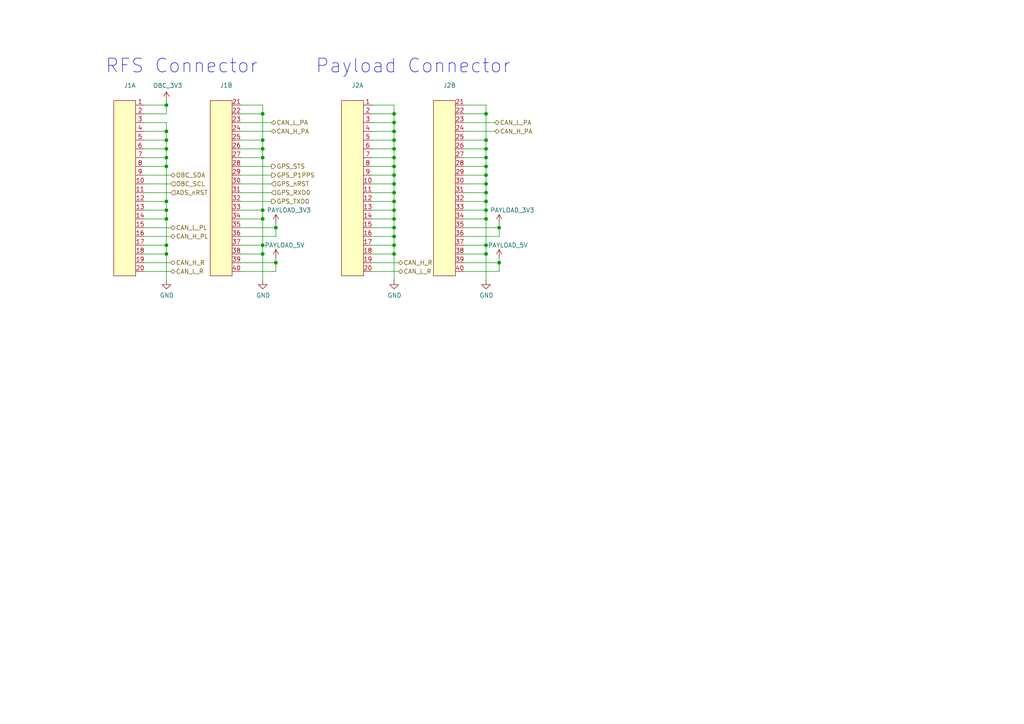
<source format=kicad_sch>
(kicad_sch (version 20211123) (generator eeschema)
  (paper "A4")
  (title_block (title "Singularity OBC - Connectors") (date "2021-09-20") (rev "PROTO_B_v04") (company "The Flame Trench") (comment 1 "Drawn by:  Ben Cartwright") (comment 2 "Status:  PROTOTYPE") (comment 3 "(c) The Flame Trench 2021") (comment 4 "Licenced under CERN OHLv2-Strong"))
  (lib_symbols
    (symbol "TFT_connectors:ERF6-020-X"
      (property "Reference" "J" (at 1.27 16.51 0))
      (property "Value" "ERF6-020-X" (at 7.62 13.97 0))
      (symbol "ERF6-020-X_0_1"
        (rectangle (start 0 12.7) (end 6.35 -38.1) (fill (type background)))
      )
      (symbol "ERF6-020-X_1_1"
        (pin bidirectional line (at 8.89 11.43 180) (length 2.54) (name "~") (number "1"))
        (pin bidirectional line (at 8.89 -11.43 180) (length 2.54) (name "~") (number "10"))
        (pin bidirectional line (at 8.89 -13.97 180) (length 2.54) (name "~") (number "11"))
        (pin bidirectional line (at 8.89 -16.51 180) (length 2.54) (name "~") (number "12"))
        (pin bidirectional line (at 8.89 -19.05 180) (length 2.54) (name "~") (number "13"))
        (pin bidirectional line (at 8.89 -21.59 180) (length 2.54) (name "~") (number "14"))
        (pin bidirectional line (at 8.89 -24.13 180) (length 2.54) (name "~") (number "15"))
        (pin bidirectional line (at 8.89 -26.67 180) (length 2.54) (name "~") (number "16"))
        (pin bidirectional line (at 8.89 -29.21 180) (length 2.54) (name "~") (number "17"))
        (pin bidirectional line (at 8.89 -31.75 180) (length 2.54) (name "~") (number "18"))
        (pin bidirectional line (at 8.89 -34.29 180) (length 2.54) (name "~") (number "19"))
        (pin bidirectional line (at 8.89 8.89 180) (length 2.54) (name "~") (number "2"))
        (pin bidirectional line (at 8.89 -36.83 180) (length 2.54) (name "~") (number "20"))
        (pin bidirectional line (at 8.89 6.35 180) (length 2.54) (name "~") (number "3"))
        (pin bidirectional line (at 8.89 3.81 180) (length 2.54) (name "~") (number "4"))
        (pin bidirectional line (at 8.89 1.27 180) (length 2.54) (name "~") (number "5"))
        (pin bidirectional line (at 8.89 -1.27 180) (length 2.54) (name "~") (number "6"))
        (pin bidirectional line (at 8.89 -3.81 180) (length 2.54) (name "~") (number "7"))
        (pin bidirectional line (at 8.89 -6.35 180) (length 2.54) (name "~") (number "8"))
        (pin bidirectional line (at 8.89 -8.89 180) (length 2.54) (name "~") (number "9"))
      )
      (symbol "ERF6-020-X_2_1"
        (pin bidirectional line (at 8.89 11.43 180) (length 2.54) (name "~") (number "21"))
        (pin bidirectional line (at 8.89 8.89 180) (length 2.54) (name "~") (number "22"))
        (pin bidirectional line (at 8.89 6.35 180) (length 2.54) (name "~") (number "23"))
        (pin bidirectional line (at 8.89 3.81 180) (length 2.54) (name "~") (number "24"))
        (pin bidirectional line (at 8.89 1.27 180) (length 2.54) (name "~") (number "25"))
        (pin bidirectional line (at 8.89 -1.27 180) (length 2.54) (name "~") (number "26"))
        (pin bidirectional line (at 8.89 -3.81 180) (length 2.54) (name "~") (number "27"))
        (pin bidirectional line (at 8.89 -6.35 180) (length 2.54) (name "~") (number "28"))
        (pin bidirectional line (at 8.89 -8.89 180) (length 2.54) (name "~") (number "29"))
        (pin bidirectional line (at 8.89 -11.43 180) (length 2.54) (name "~") (number "30"))
        (pin bidirectional line (at 8.89 -13.97 180) (length 2.54) (name "~") (number "31"))
        (pin bidirectional line (at 8.89 -16.51 180) (length 2.54) (name "~") (number "32"))
        (pin bidirectional line (at 8.89 -19.05 180) (length 2.54) (name "~") (number "33"))
        (pin bidirectional line (at 8.89 -21.59 180) (length 2.54) (name "~") (number "34"))
        (pin bidirectional line (at 8.89 -24.13 180) (length 2.54) (name "~") (number "35"))
        (pin bidirectional line (at 8.89 -26.67 180) (length 2.54) (name "~") (number "36"))
        (pin bidirectional line (at 8.89 -29.21 180) (length 2.54) (name "~") (number "37"))
        (pin bidirectional line (at 8.89 -31.75 180) (length 2.54) (name "~") (number "38"))
        (pin bidirectional line (at 8.89 -34.29 180) (length 2.54) (name "~") (number "39"))
        (pin bidirectional line (at 8.89 -36.83 180) (length 2.54) (name "~") (number "40"))
      )
    )
    (symbol "TFT_connectors:ERM8-020-X"
      (property "Reference" "J" (at 1.27 16.51 0))
      (property "Value" "ERM8-020-X" (at 7.62 13.97 0))
      (symbol "ERM8-020-X_0_1"
        (rectangle (start 0 12.7) (end 6.35 -38.1) (fill (type background)))
      )
      (symbol "ERM8-020-X_1_1"
        (pin bidirectional line (at 8.89 11.43 180) (length 2.54) (name "~") (number "1"))
        (pin bidirectional line (at 8.89 -11.43 180) (length 2.54) (name "~") (number "10"))
        (pin bidirectional line (at 8.89 -13.97 180) (length 2.54) (name "~") (number "11"))
        (pin bidirectional line (at 8.89 -16.51 180) (length 2.54) (name "~") (number "12"))
        (pin bidirectional line (at 8.89 -19.05 180) (length 2.54) (name "~") (number "13"))
        (pin bidirectional line (at 8.89 -21.59 180) (length 2.54) (name "~") (number "14"))
        (pin bidirectional line (at 8.89 -24.13 180) (length 2.54) (name "~") (number "15"))
        (pin bidirectional line (at 8.89 -26.67 180) (length 2.54) (name "~") (number "16"))
        (pin bidirectional line (at 8.89 -29.21 180) (length 2.54) (name "~") (number "17"))
        (pin bidirectional line (at 8.89 -31.75 180) (length 2.54) (name "~") (number "18"))
        (pin bidirectional line (at 8.89 -34.29 180) (length 2.54) (name "~") (number "19"))
        (pin bidirectional line (at 8.89 8.89 180) (length 2.54) (name "~") (number "2"))
        (pin bidirectional line (at 8.89 -36.83 180) (length 2.54) (name "~") (number "20"))
        (pin bidirectional line (at 8.89 6.35 180) (length 2.54) (name "~") (number "3"))
        (pin bidirectional line (at 8.89 3.81 180) (length 2.54) (name "~") (number "4"))
        (pin bidirectional line (at 8.89 1.27 180) (length 2.54) (name "~") (number "5"))
        (pin bidirectional line (at 8.89 -1.27 180) (length 2.54) (name "~") (number "6"))
        (pin bidirectional line (at 8.89 -3.81 180) (length 2.54) (name "~") (number "7"))
        (pin bidirectional line (at 8.89 -6.35 180) (length 2.54) (name "~") (number "8"))
        (pin bidirectional line (at 8.89 -8.89 180) (length 2.54) (name "~") (number "9"))
      )
      (symbol "ERM8-020-X_2_1"
        (pin bidirectional line (at 8.89 11.43 180) (length 2.54) (name "~") (number "21"))
        (pin bidirectional line (at 8.89 8.89 180) (length 2.54) (name "~") (number "22"))
        (pin bidirectional line (at 8.89 6.35 180) (length 2.54) (name "~") (number "23"))
        (pin bidirectional line (at 8.89 3.81 180) (length 2.54) (name "~") (number "24"))
        (pin bidirectional line (at 8.89 1.27 180) (length 2.54) (name "~") (number "25"))
        (pin bidirectional line (at 8.89 -1.27 180) (length 2.54) (name "~") (number "26"))
        (pin bidirectional line (at 8.89 -3.81 180) (length 2.54) (name "~") (number "27"))
        (pin bidirectional line (at 8.89 -6.35 180) (length 2.54) (name "~") (number "28"))
        (pin bidirectional line (at 8.89 -8.89 180) (length 2.54) (name "~") (number "29"))
        (pin bidirectional line (at 8.89 -11.43 180) (length 2.54) (name "~") (number "30"))
        (pin bidirectional line (at 8.89 -13.97 180) (length 2.54) (name "~") (number "31"))
        (pin bidirectional line (at 8.89 -16.51 180) (length 2.54) (name "~") (number "32"))
        (pin bidirectional line (at 8.89 -19.05 180) (length 2.54) (name "~") (number "33"))
        (pin bidirectional line (at 8.89 -21.59 180) (length 2.54) (name "~") (number "34"))
        (pin bidirectional line (at 8.89 -24.13 180) (length 2.54) (name "~") (number "35"))
        (pin bidirectional line (at 8.89 -26.67 180) (length 2.54) (name "~") (number "36"))
        (pin bidirectional line (at 8.89 -29.21 180) (length 2.54) (name "~") (number "37"))
        (pin bidirectional line (at 8.89 -31.75 180) (length 2.54) (name "~") (number "38"))
        (pin bidirectional line (at 8.89 -34.29 180) (length 2.54) (name "~") (number "39"))
        (pin bidirectional line (at 8.89 -36.83 180) (length 2.54) (name "~") (number "40"))
      )
    )
    (symbol "TFT_power:OBC_3V3" (power) (pin_names (offset 0))
      (property "Value" "OBC_3V3" (at 0 3.556 0))
      (symbol "OBC_3V3_0_1"
        (polyline (pts (xy -0.762 1.27) (xy 0 2.54)))
        (polyline (pts (xy 0 0) (xy 0 2.54)))
        (polyline (pts (xy 0 2.54) (xy 0.762 1.27)))
      )
      (symbol "OBC_3V3_1_1"
        (pin power_in line (at 0 0 90) (length 0) hide (name "OBC_3V3") (number "1"))
      )
    )
    (symbol "TFT_power:PAYLOAD_3V3" (power) (pin_names (offset 0))
      (property "Value" "PAYLOAD_3V3" (at 0 3.556 0))
      (symbol "PAYLOAD_3V3_0_1"
        (polyline (pts (xy -0.762 1.27) (xy 0 2.54)))
        (polyline (pts (xy 0 0) (xy 0 2.54)))
        (polyline (pts (xy 0 2.54) (xy 0.762 1.27)))
      )
      (symbol "PAYLOAD_3V3_1_1"
        (pin power_in line (at 0 0 90) (length 0) hide (name "PAYLOAD_3V3") (number "1"))
      )
    )
    (symbol "TFT_power:PAYLOAD_5V" (power) (pin_names (offset 0))
      (property "Value" "PAYLOAD_5V" (at 0 3.556 0))
      (symbol "PAYLOAD_5V_0_1"
        (polyline (pts (xy -0.762 1.27) (xy 0 2.54)))
        (polyline (pts (xy 0 0) (xy 0 2.54)))
        (polyline (pts (xy 0 2.54) (xy 0.762 1.27)))
      )
      (symbol "PAYLOAD_5V_1_1"
        (pin power_in line (at 0 0 90) (length 0) hide (name "PAYLOAD_5V") (number "1"))
      )
    )
    (symbol "power:GND" (power) (pin_names (offset 0))
      (property "Value" "GND" (at 0 -3.81 0))
      (symbol "GND_0_1"
        (polyline (pts (xy 0 0) (xy 0 -1.27) (xy 1.27 -1.27) (xy 0 -2.54) (xy -1.27 -1.27) (xy 0 -1.27)))
      )
      (symbol "GND_1_1"
        (pin power_in line (at 0 0 270) (length 0) hide (name "GND") (number "1"))
      )
    )
  )
  (junction (at 48.26 58.42))
  (junction (at 140.97 60.96))
  (junction (at 76.2 63.5))
  (junction (at 48.26 63.5))
  (junction (at 114.3 68.58))
  (junction (at 140.97 73.66))
  (junction (at 114.3 60.96))
  (junction (at 80.01 66.04))
  (junction (at 140.97 63.5))
  (junction (at 48.26 43.18))
  (junction (at 114.3 38.1))
  (junction (at 140.97 50.8))
  (junction (at 48.26 73.66))
  (junction (at 48.26 38.1))
  (junction (at 76.2 60.96))
  (junction (at 76.2 43.18))
  (junction (at 48.26 40.64))
  (junction (at 140.97 33.02))
  (junction (at 140.97 58.42))
  (junction (at 76.2 71.12))
  (junction (at 114.3 50.8))
  (junction (at 48.26 71.12))
  (junction (at 140.97 43.18))
  (junction (at 114.3 63.5))
  (junction (at 140.97 45.72))
  (junction (at 140.97 40.64))
  (junction (at 114.3 45.72))
  (junction (at 76.2 33.02))
  (junction (at 114.3 35.56))
  (junction (at 80.01 76.2))
  (junction (at 140.97 48.26))
  (junction (at 114.3 71.12))
  (junction (at 114.3 43.18))
  (junction (at 114.3 40.64))
  (junction (at 140.97 53.34))
  (junction (at 114.3 58.42))
  (junction (at 76.2 73.66))
  (junction (at 114.3 66.04))
  (junction (at 140.97 71.12))
  (junction (at 114.3 53.34))
  (junction (at 144.78 76.2))
  (junction (at 76.2 40.64))
  (junction (at 48.26 60.96))
  (junction (at 48.26 48.26))
  (junction (at 114.3 73.66))
  (junction (at 48.26 30.48))
  (junction (at 48.26 45.72))
  (junction (at 140.97 55.88))
  (junction (at 114.3 48.26))
  (junction (at 114.3 55.88))
  (junction (at 114.3 33.02))
  (junction (at 76.2 45.72))
  (junction (at 144.78 66.04))
  (wire (pts (xy 140.97 63.5) (xy 140.97 60.96)))
  (wire (pts (xy 49.53 68.58) (xy 41.91 68.58)))
  (wire (pts (xy 69.85 78.74) (xy 80.01 78.74)))
  (wire (pts (xy 114.3 58.42) (xy 114.3 60.96)))
  (wire (pts (xy 41.91 30.48) (xy 48.26 30.48)))
  (wire (pts (xy 69.85 45.72) (xy 76.2 45.72)))
  (wire (pts (xy 134.62 78.74) (xy 144.78 78.74)))
  (wire (pts (xy 69.85 68.58) (xy 80.01 68.58)))
  (wire (pts (xy 107.95 43.18) (xy 114.3 43.18)))
  (wire (pts (xy 107.95 60.96) (xy 114.3 60.96)))
  (wire (pts (xy 134.62 50.8) (xy 140.97 50.8)))
  (wire (pts (xy 80.01 74.93) (xy 80.01 76.2)))
  (wire (pts (xy 107.95 35.56) (xy 114.3 35.56)))
  (wire (pts (xy 69.85 30.48) (xy 76.2 30.48)))
  (wire (pts (xy 107.95 33.02) (xy 114.3 33.02)))
  (wire (pts (xy 140.97 71.12) (xy 140.97 63.5)))
  (wire (pts (xy 144.78 66.04) (xy 144.78 64.77)))
  (wire (pts (xy 114.3 33.02) (xy 114.3 35.56)))
  (wire (pts (xy 76.2 60.96) (xy 76.2 63.5)))
  (wire (pts (xy 140.97 48.26) (xy 140.97 45.72)))
  (wire (pts (xy 41.91 63.5) (xy 48.26 63.5)))
  (wire (pts (xy 41.91 45.72) (xy 48.26 45.72)))
  (wire (pts (xy 134.62 55.88) (xy 140.97 55.88)))
  (wire (pts (xy 48.26 58.42) (xy 48.26 48.26)))
  (wire (pts (xy 140.97 60.96) (xy 140.97 58.42)))
  (wire (pts (xy 41.91 38.1) (xy 48.26 38.1)))
  (wire (pts (xy 107.95 48.26) (xy 114.3 48.26)))
  (wire (pts (xy 115.57 76.2) (xy 107.95 76.2)))
  (wire (pts (xy 48.26 45.72) (xy 48.26 43.18)))
  (wire (pts (xy 114.3 38.1) (xy 114.3 40.64)))
  (wire (pts (xy 41.91 58.42) (xy 48.26 58.42)))
  (wire (pts (xy 76.2 45.72) (xy 76.2 60.96)))
  (wire (pts (xy 69.85 73.66) (xy 76.2 73.66)))
  (wire (pts (xy 114.3 40.64) (xy 114.3 43.18)))
  (wire (pts (xy 76.2 30.48) (xy 76.2 33.02)))
  (wire (pts (xy 41.91 60.96) (xy 48.26 60.96)))
  (wire (pts (xy 48.26 73.66) (xy 48.26 71.12)))
  (wire (pts (xy 78.74 55.88) (xy 69.85 55.88)))
  (wire (pts (xy 80.01 78.74) (xy 80.01 76.2)))
  (wire (pts (xy 144.78 76.2) (xy 134.62 76.2)))
  (wire (pts (xy 140.97 55.88) (xy 140.97 53.34)))
  (wire (pts (xy 140.97 81.28) (xy 140.97 73.66)))
  (wire (pts (xy 134.62 33.02) (xy 140.97 33.02)))
  (wire (pts (xy 69.85 33.02) (xy 76.2 33.02)))
  (wire (pts (xy 49.53 50.8) (xy 41.91 50.8)))
  (wire (pts (xy 134.62 68.58) (xy 144.78 68.58)))
  (wire (pts (xy 134.62 48.26) (xy 140.97 48.26)))
  (wire (pts (xy 78.74 35.56) (xy 69.85 35.56)))
  (wire (pts (xy 80.01 76.2) (xy 69.85 76.2)))
  (wire (pts (xy 140.97 58.42) (xy 140.97 55.88)))
  (wire (pts (xy 107.95 66.04) (xy 114.3 66.04)))
  (wire (pts (xy 114.3 55.88) (xy 114.3 58.42)))
  (wire (pts (xy 143.51 38.1) (xy 134.62 38.1)))
  (wire (pts (xy 41.91 71.12) (xy 48.26 71.12)))
  (wire (pts (xy 48.26 33.02) (xy 48.26 30.48)))
  (wire (pts (xy 76.2 71.12) (xy 76.2 73.66)))
  (wire (pts (xy 140.97 30.48) (xy 134.62 30.48)))
  (wire (pts (xy 114.3 45.72) (xy 114.3 48.26)))
  (wire (pts (xy 48.26 63.5) (xy 48.26 60.96)))
  (wire (pts (xy 134.62 40.64) (xy 140.97 40.64)))
  (wire (pts (xy 107.95 68.58) (xy 114.3 68.58)))
  (wire (pts (xy 134.62 73.66) (xy 140.97 73.66)))
  (wire (pts (xy 48.26 60.96) (xy 48.26 58.42)))
  (wire (pts (xy 69.85 66.04) (xy 80.01 66.04)))
  (wire (pts (xy 140.97 40.64) (xy 140.97 33.02)))
  (wire (pts (xy 114.3 50.8) (xy 114.3 53.34)))
  (wire (pts (xy 69.85 63.5) (xy 76.2 63.5)))
  (wire (pts (xy 76.2 40.64) (xy 76.2 43.18)))
  (wire (pts (xy 134.62 45.72) (xy 140.97 45.72)))
  (wire (pts (xy 48.26 35.56) (xy 41.91 35.56)))
  (wire (pts (xy 144.78 74.93) (xy 144.78 76.2)))
  (wire (pts (xy 114.3 35.56) (xy 114.3 38.1)))
  (wire (pts (xy 76.2 33.02) (xy 76.2 40.64)))
  (wire (pts (xy 48.26 81.28) (xy 48.26 73.66)))
  (wire (pts (xy 114.3 60.96) (xy 114.3 63.5)))
  (wire (pts (xy 76.2 43.18) (xy 76.2 45.72)))
  (wire (pts (xy 107.95 45.72) (xy 114.3 45.72)))
  (wire (pts (xy 114.3 30.48) (xy 114.3 33.02)))
  (wire (pts (xy 144.78 78.74) (xy 144.78 76.2)))
  (wire (pts (xy 69.85 71.12) (xy 76.2 71.12)))
  (wire (pts (xy 114.3 53.34) (xy 114.3 55.88)))
  (wire (pts (xy 69.85 60.96) (xy 76.2 60.96)))
  (wire (pts (xy 76.2 63.5) (xy 76.2 71.12)))
  (wire (pts (xy 134.62 60.96) (xy 140.97 60.96)))
  (wire (pts (xy 49.53 66.04) (xy 41.91 66.04)))
  (wire (pts (xy 49.53 76.2) (xy 41.91 76.2)))
  (wire (pts (xy 140.97 53.34) (xy 140.97 50.8)))
  (wire (pts (xy 80.01 66.04) (xy 80.01 64.77)))
  (wire (pts (xy 143.51 35.56) (xy 134.62 35.56)))
  (wire (pts (xy 144.78 68.58) (xy 144.78 66.04)))
  (wire (pts (xy 114.3 73.66) (xy 114.3 81.28)))
  (wire (pts (xy 107.95 73.66) (xy 114.3 73.66)))
  (wire (pts (xy 107.95 38.1) (xy 114.3 38.1)))
  (wire (pts (xy 48.26 43.18) (xy 48.26 40.64)))
  (wire (pts (xy 140.97 50.8) (xy 140.97 48.26)))
  (wire (pts (xy 78.74 38.1) (xy 69.85 38.1)))
  (wire (pts (xy 41.91 48.26) (xy 48.26 48.26)))
  (wire (pts (xy 107.95 63.5) (xy 114.3 63.5)))
  (wire (pts (xy 134.62 53.34) (xy 140.97 53.34)))
  (wire (pts (xy 114.3 66.04) (xy 114.3 68.58)))
  (wire (pts (xy 134.62 43.18) (xy 140.97 43.18)))
  (wire (pts (xy 78.74 48.26) (xy 69.85 48.26)))
  (wire (pts (xy 114.3 68.58) (xy 114.3 71.12)))
  (wire (pts (xy 107.95 78.74) (xy 115.57 78.74)))
  (wire (pts (xy 140.97 33.02) (xy 140.97 30.48)))
  (wire (pts (xy 69.85 40.64) (xy 76.2 40.64)))
  (wire (pts (xy 48.26 30.48) (xy 48.26 29.21)))
  (wire (pts (xy 114.3 43.18) (xy 114.3 45.72)))
  (wire (pts (xy 41.91 73.66) (xy 48.26 73.66)))
  (wire (pts (xy 80.01 68.58) (xy 80.01 66.04)))
  (wire (pts (xy 140.97 43.18) (xy 140.97 40.64)))
  (wire (pts (xy 140.97 45.72) (xy 140.97 43.18)))
  (wire (pts (xy 78.74 58.42) (xy 69.85 58.42)))
  (wire (pts (xy 41.91 40.64) (xy 48.26 40.64)))
  (wire (pts (xy 78.74 53.34) (xy 69.85 53.34)))
  (wire (pts (xy 107.95 55.88) (xy 114.3 55.88)))
  (wire (pts (xy 41.91 53.34) (xy 49.53 53.34)))
  (wire (pts (xy 49.53 78.74) (xy 41.91 78.74)))
  (wire (pts (xy 78.74 50.8) (xy 69.85 50.8)))
  (wire (pts (xy 107.95 50.8) (xy 114.3 50.8)))
  (wire (pts (xy 48.26 71.12) (xy 48.26 63.5)))
  (wire (pts (xy 134.62 58.42) (xy 140.97 58.42)))
  (wire (pts (xy 140.97 73.66) (xy 140.97 71.12)))
  (wire (pts (xy 41.91 33.02) (xy 48.26 33.02)))
  (wire (pts (xy 69.85 43.18) (xy 76.2 43.18)))
  (wire (pts (xy 107.95 53.34) (xy 114.3 53.34)))
  (wire (pts (xy 48.26 48.26) (xy 48.26 45.72)))
  (wire (pts (xy 134.62 63.5) (xy 140.97 63.5)))
  (wire (pts (xy 107.95 58.42) (xy 114.3 58.42)))
  (wire (pts (xy 41.91 43.18) (xy 48.26 43.18)))
  (wire (pts (xy 48.26 38.1) (xy 48.26 35.56)))
  (wire (pts (xy 48.26 40.64) (xy 48.26 38.1)))
  (wire (pts (xy 134.62 71.12) (xy 140.97 71.12)))
  (wire (pts (xy 107.95 71.12) (xy 114.3 71.12)))
  (wire (pts (xy 114.3 48.26) (xy 114.3 50.8)))
  (wire (pts (xy 114.3 63.5) (xy 114.3 66.04)))
  (wire (pts (xy 49.53 55.88) (xy 41.91 55.88)))
  (wire (pts (xy 114.3 71.12) (xy 114.3 73.66)))
  (wire (pts (xy 107.95 40.64) (xy 114.3 40.64)))
  (wire (pts (xy 107.95 30.48) (xy 114.3 30.48)))
  (wire (pts (xy 76.2 73.66) (xy 76.2 81.28)))
  (wire (pts (xy 134.62 66.04) (xy 144.78 66.04)))
  (text "Payload Connector" (at 91.44 21.59 0) (effects (font (size 3.9878 3.9878)) (justify left bottom)))
  (text "RFS Connector" (at 30.48 21.59 0) (effects (font (size 3.9878 3.9878)) (justify left bottom)))
  (hierarchical_label "CAN_L_R" (shape bidirectional) (at 49.53 78.74 0))
  (hierarchical_label "CAN_H_R" (shape bidirectional) (at 49.53 76.2 0))
  (hierarchical_label "GPS_RXD0" (shape input) (at 78.74 55.88 0))
  (hierarchical_label "OBC_SCL" (shape input) (at 49.53 53.34 0))
  (hierarchical_label "CAN_H_PA" (shape bidirectional) (at 143.51 38.1 0))
  (hierarchical_label "CAN_H_PA" (shape bidirectional) (at 78.74 38.1 0))
  (hierarchical_label "ADS_nRST" (shape input) (at 49.53 55.88 0))
  (hierarchical_label "GPS_TXD0" (shape output) (at 78.74 58.42 0))
  (hierarchical_label "CAN_H_R" (shape bidirectional) (at 115.57 76.2 0))
  (hierarchical_label "CAN_L_PL" (shape bidirectional) (at 49.53 66.04 0))
  (hierarchical_label "CAN_H_PL" (shape bidirectional) (at 49.53 68.58 0))
  (hierarchical_label "CAN_L_PA" (shape bidirectional) (at 78.74 35.56 0))
  (hierarchical_label "CAN_L_R" (shape bidirectional) (at 115.57 78.74 0))
  (hierarchical_label "GPS_nRST" (shape input) (at 78.74 53.34 0))
  (hierarchical_label "GPS_STS" (shape output) (at 78.74 48.26 0))
  (hierarchical_label "CAN_L_PA" (shape bidirectional) (at 143.51 35.56 0))
  (hierarchical_label "OBC_SDA" (shape bidirectional) (at 49.53 50.8 0))
  (hierarchical_label "GPS_P1PPS" (shape output) (at 78.74 50.8 0))
  (symbol (lib_id "TFT_connectors:ERM8-020-X") (at 33.02 41.91 0) (unit 1)
    (property "Reference" "J1" (at 37.6682 24.765 0))
  )
  (symbol (lib_id "TFT_connectors:ERM8-020-X") (at 60.96 41.91 0) (unit 2)
    (property "Reference" "J1" (at 65.6082 24.765 0))
  )
  (symbol (lib_id "TFT_connectors:ERF6-020-X") (at 99.06 41.91 0) (unit 1)
    (property "Reference" "J2" (at 103.7082 24.765 0))
  )
  (symbol (lib_id "TFT_connectors:ERF6-020-X") (at 125.73 41.91 0) (unit 2)
    (property "Reference" "J2" (at 130.3782 24.765 0))
  )
  (symbol (lib_id "TFT_power:OBC_3V3") (at 48.26 29.21 0) (unit 1)
    (property "Reference" "#PWR033" (effects hide))
  )
  (symbol (lib_id "power:GND") (at 48.26 81.28 0) (unit 1)
    (property "Reference" "#PWR034" (effects hide))
  )
  (symbol (lib_id "power:GND") (at 76.2 81.28 0) (unit 1)
    (property "Reference" "#PWR036" (effects hide))
  )
  (symbol (lib_id "TFT_power:PAYLOAD_3V3") (at 80.01 64.77 0) (unit 1)
    (property "Reference" "#PWR037" (effects hide))
  )
  (symbol (lib_id "TFT_power:PAYLOAD_5V") (at 80.01 74.93 0) (unit 1)
    (property "Reference" "#PWR038" (effects hide))
  )
  (symbol (lib_id "power:GND") (at 114.3 81.28 0) (unit 1)
    (property "Reference" "#PWR039" (effects hide))
  )
  (symbol (lib_id "power:GND") (at 140.97 81.28 0) (unit 1)
    (property "Reference" "#PWR040" (effects hide))
  )
  (symbol (lib_id "TFT_power:PAYLOAD_3V3") (at 144.78 64.77 0) (unit 1)
    (property "Reference" "#PWR041" (effects hide))
  )
  (symbol (lib_id "TFT_power:PAYLOAD_5V") (at 144.78 74.93 0) (unit 1)
    (property "Reference" "#PWR042" (effects hide))
  )
)
</source>
